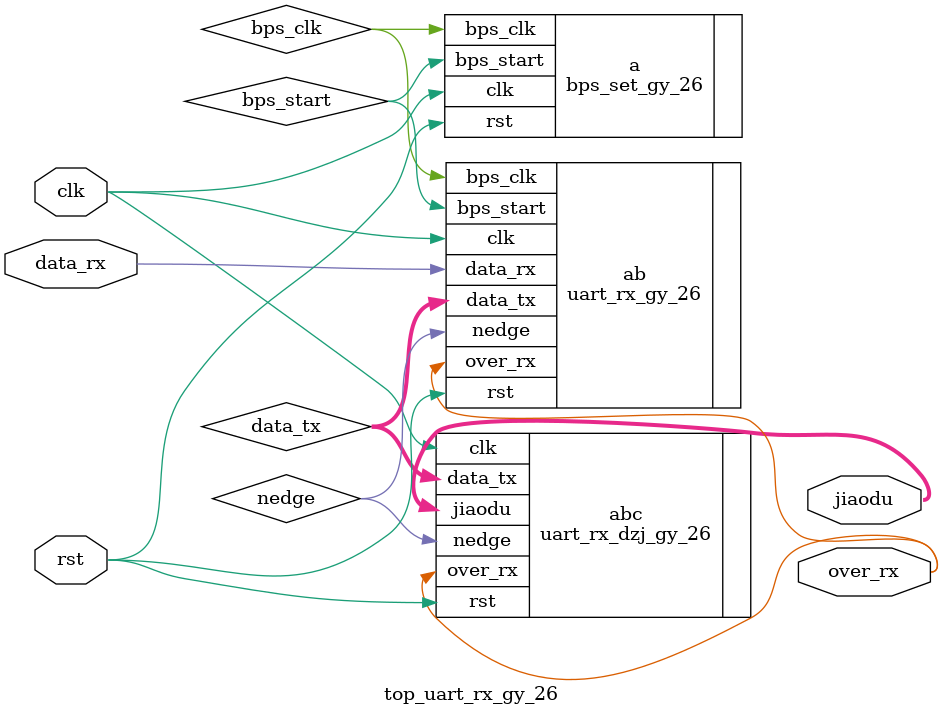
<source format=v>
module top_uart_rx_gy_26(
	input 			clk,
	input 			rst,
	input 			data_rx,
	
	output [9:0]	jiaodu,
	output 			over_rx 
    );
	
	wire [7:0]data_tx;
	
	bps_set_gy_26 a (
    .clk(clk), 
    .rst(rst), 
    .bps_start(bps_start), 
    .bps_clk(bps_clk)
    );
    uart_rx_gy_26 ab (
	.nedge(nedge),
    .clk(clk), 
    .rst(rst), 
    .bps_clk(bps_clk), 
    .data_rx(data_rx), 
    .data_tx(data_tx), 
    .over_rx(over_rx), 
    .bps_start(bps_start)
    );
	uart_rx_dzj_gy_26 abc (
    .clk(clk), 
    .rst(rst), 
    .data_tx(data_tx),
	.over_rx(over_rx),
    .nedge(nedge), 
    .jiaodu(jiaodu)
    );


endmodule

</source>
